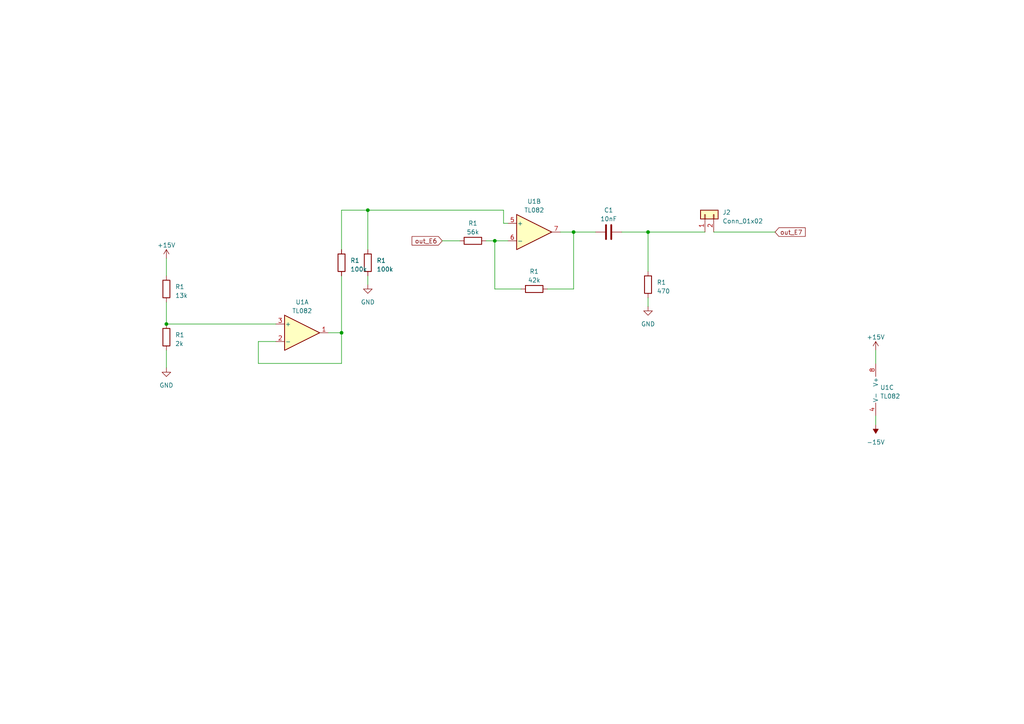
<source format=kicad_sch>
(kicad_sch (version 20230121) (generator eeschema)
  (paper "A4")
  (lib_symbols
    (symbol "Amplifier_Operational:TL082" (pin_names (offset 0.127))
      (property "Reference" "U" (at 0 5.08 0))
      (property "Value" "TL082" (at 0 -5.08 0))
      (symbol "TL082_1_1"
        (polyline (pts (xy -5.08 5.08) (xy 5.08 0) (xy -5.08 -5.08) (xy -5.08 5.08)) (stroke (width 0.254)) (fill (type background)))
        (pin output line (at 7.62 0 180) (length 2.54) (name "~") (number "1"))
        (pin input line (at -7.62 -2.54 0) (length 2.54) (name "-") (number "2"))
        (pin input line (at -7.62 2.54 0) (length 2.54) (name "+") (number "3"))
      )
      (symbol "TL082_2_1"
        (polyline (pts (xy -5.08 5.08) (xy 5.08 0) (xy -5.08 -5.08) (xy -5.08 5.08)) (stroke (width 0.254)) (fill (type background)))
        (pin input line (at -7.62 2.54 0) (length 2.54) (name "+") (number "5"))
        (pin input line (at -7.62 -2.54 0) (length 2.54) (name "-") (number "6"))
        (pin output line (at 7.62 0 180) (length 2.54) (name "~") (number "7"))
      )
      (symbol "TL082_3_1"
        (pin power_in line (at -2.54 -7.62 90) (length 3.81) (name "V-") (number "4"))
        (pin power_in line (at -2.54 7.62 270) (length 3.81) (name "V+") (number "8"))
      )
    )
    (symbol "Connector_Generic:Conn_01x02" (pin_names (offset 1.016) hide)
      (property "Reference" "J" (at 0 2.54 0))
      (property "Value" "Conn_01x02" (at 0 -5.08 0))
      (symbol "Conn_01x02_1_1"
        (rectangle (start -1.27 -2.413) (end 0 -2.667) (stroke (width 0.1524)))
        (rectangle (start -1.27 0.127) (end 0 -0.127) (stroke (width 0.1524)))
        (rectangle (start -1.27 1.27) (end 1.27 -3.81) (stroke (width 0.254)) (fill (type background)))
        (pin passive line (at -5.08 0 0) (length 3.81) (name "Pin_1") (number "1"))
        (pin passive line (at -5.08 -2.54 0) (length 3.81) (name "Pin_2") (number "2"))
      )
    )
    (symbol "Device:C" (pin_numbers hide) (pin_names (offset 0.254))
      (property "Reference" "C" (at 0.635 2.54 0))
      (property "Value" "C" (at 0.635 -2.54 0))
      (symbol "C_0_1"
        (polyline (pts (xy -2.032 -0.762) (xy 2.032 -0.762)) (stroke (width 0.508)))
        (polyline (pts (xy -2.032 0.762) (xy 2.032 0.762)) (stroke (width 0.508)))
      )
      (symbol "C_1_1"
        (pin passive line (at 0 3.81 270) (length 2.794) (name "~") (number "1"))
        (pin passive line (at 0 -3.81 90) (length 2.794) (name "~") (number "2"))
      )
    )
    (symbol "Device:R" (pin_numbers hide) (pin_names (offset 0))
      (property "Reference" "R" (at 2.032 0 90))
      (property "Value" "R" (at 0 0 90))
      (symbol "R_0_1"
        (rectangle (start -1.016 -2.54) (end 1.016 2.54) (stroke (width 0.254)))
      )
      (symbol "R_1_1"
        (pin passive line (at 0 3.81 270) (length 1.27) (name "~") (number "1"))
        (pin passive line (at 0 -3.81 90) (length 1.27) (name "~") (number "2"))
      )
    )
    (symbol "power:+15V" (power) (pin_names (offset 0))
      (property "Value" "+15V" (at 0 3.556 0))
      (symbol "+15V_0_1"
        (polyline (pts (xy -0.762 1.27) (xy 0 2.54)))
        (polyline (pts (xy 0 0) (xy 0 2.54)))
        (polyline (pts (xy 0 2.54) (xy 0.762 1.27)))
      )
      (symbol "+15V_1_1"
        (pin power_in line (at 0 0 90) (length 0) hide (name "+15V") (number "1"))
      )
    )
    (symbol "power:-15V" (power) (pin_names (offset 0))
      (property "Value" "-15V" (at 0 3.81 0))
      (symbol "-15V_0_0"
        (pin power_in line (at 0 0 90) (length 0) hide (name "-15V") (number "1"))
      )
      (symbol "-15V_0_1"
        (polyline (pts (xy 0 0) (xy 0 1.27) (xy 0.762 1.27) (xy 0 2.54) (xy -0.762 1.27) (xy 0 1.27)) (fill (type outline)))
      )
    )
    (symbol "power:GND" (power) (pin_names (offset 0))
      (property "Value" "GND" (at 0 -3.81 0))
      (symbol "GND_0_1"
        (polyline (pts (xy 0 0) (xy 0 -1.27) (xy 1.27 -1.27) (xy 0 -2.54) (xy -1.27 -1.27) (xy 0 -1.27)))
      )
      (symbol "GND_1_1"
        (pin power_in line (at 0 0 270) (length 0) hide (name "GND") (number "1"))
      )
    )
  )
  (junction (at 143.51 69.85))
  (junction (at 48.26 93.98))
  (junction (at 166.37 67.31))
  (junction (at 99.06 96.52))
  (junction (at 187.96 67.31))
  (junction (at 106.68 60.96))
  (wire (pts (xy 48.26 101.6) (xy 48.26 106.68)))
  (wire (pts (xy 207.01 67.31) (xy 224.79 67.31)))
  (wire (pts (xy 80.01 99.06) (xy 74.93 99.06)))
  (wire (pts (xy 143.51 69.85) (xy 147.32 69.85)))
  (wire (pts (xy 254 101.6) (xy 254 105.41)))
  (wire (pts (xy 151.13 83.82) (xy 143.51 83.82)))
  (wire (pts (xy 187.96 67.31) (xy 204.47 67.31)))
  (wire (pts (xy 254 120.65) (xy 254 123.19)))
  (wire (pts (xy 99.06 96.52) (xy 99.06 80.01)))
  (wire (pts (xy 146.05 64.77) (xy 146.05 60.96)))
  (wire (pts (xy 106.68 60.96) (xy 106.68 72.39)))
  (wire (pts (xy 180.34 67.31) (xy 187.96 67.31)))
  (wire (pts (xy 48.26 74.93) (xy 48.26 80.01)))
  (wire (pts (xy 74.93 99.06) (xy 74.93 105.41)))
  (wire (pts (xy 95.25 96.52) (xy 99.06 96.52)))
  (wire (pts (xy 166.37 83.82) (xy 166.37 67.31)))
  (wire (pts (xy 48.26 87.63) (xy 48.26 93.98)))
  (wire (pts (xy 158.75 83.82) (xy 166.37 83.82)))
  (wire (pts (xy 99.06 105.41) (xy 99.06 96.52)))
  (wire (pts (xy 166.37 67.31) (xy 162.56 67.31)))
  (wire (pts (xy 187.96 67.31) (xy 187.96 78.74)))
  (wire (pts (xy 166.37 67.31) (xy 172.72 67.31)))
  (wire (pts (xy 74.93 105.41) (xy 99.06 105.41)))
  (wire (pts (xy 48.26 93.98) (xy 80.01 93.98)))
  (wire (pts (xy 147.32 64.77) (xy 146.05 64.77)))
  (wire (pts (xy 140.97 69.85) (xy 143.51 69.85)))
  (wire (pts (xy 106.68 60.96) (xy 99.06 60.96)))
  (wire (pts (xy 187.96 86.36) (xy 187.96 88.9)))
  (wire (pts (xy 128.27 69.85) (xy 133.35 69.85)))
  (wire (pts (xy 146.05 60.96) (xy 106.68 60.96)))
  (wire (pts (xy 99.06 60.96) (xy 99.06 72.39)))
  (wire (pts (xy 143.51 83.82) (xy 143.51 69.85)))
  (wire (pts (xy 106.68 80.01) (xy 106.68 82.55)))
  (global_label "out_E7" (shape input) (at 224.79 67.31 0) (property "Intersheetrefs" "${INTERSHEET_REFS}" (effects hide)))
  (global_label "out_E6" (shape input) (at 128.27 69.85 180) (property "Intersheetrefs" "${INTERSHEET_REFS}" (effects hide)))
  (symbol (lib_id "Connector_Generic:Conn_01x02") (at 204.47 62.23 90) (unit 1)
    (property "Reference" "J2" (at 209.55 61.595 90) (effects (justify right)))
    (property "Value" "Conn_01x02" (at 209.55 64.135 90) (effects (justify right)))
    (property "Footprint" "Connector_PinHeader_2.00mm:PinHeader_1x02_P2.00mm_Vertical" (effects hide))
    (instances (project "op" (path "" (reference "J2") (unit 1)) (path "" (reference "J18") (unit 1))))
  )
  (symbol (lib_id "power:+15V") (at 254 101.6 0) (unit 1)
    (property "Reference" "#PWR037" (effects hide))
    (property "Value" "+15V" (at 254 97.79 0))
    (instances (project "op" (path "" (reference "#PWR037") (unit 1)) (path "" (reference "#PWR032") (unit 1))))
  )
  (symbol (lib_id "Device:R") (at 48.26 97.79 0) (unit 1)
    (property "Reference" "R1" (at 50.8 97.155 0) (effects (justify left)))
    (property "Value" "2k" (at 50.8 99.695 0) (effects (justify left)))
    (property "Footprint" "Resistor_THT:R_Axial_DIN0207_L6.3mm_D2.5mm_P10.16mm_Horizontal" (effects hide))
    (instances (project "op" (path "" (reference "R1") (unit 1)) (path "" (reference "R4") (unit 1)) (path "" (reference "R13") (unit 1)) (path "" (reference "R23") (unit 1)) (path "" (reference "R29") (unit 1))))
  )
  (symbol (lib_id "Device:C") (at 176.53 67.31 90) (unit 1)
    (property "Reference" "C1" (at 176.53 60.96 90))
    (property "Value" "10nF" (at 176.53 63.5 90))
    (property "Footprint" "Capacitor_THT:CP_Radial_Tantal_D6.0mm_P5.00mm" (effects hide))
    (instances (project "op" (path "" (reference "C1") (unit 1)) (path "" (reference "C4") (unit 1))))
  )
  (symbol (lib_id "power:+15V") (at 48.26 74.93 0) (unit 1)
    (property "Reference" "#PWR04" (effects hide))
    (property "Value" "+15V" (at 48.26 71.12 0))
    (instances (project "op" (path "" (reference "#PWR04") (unit 1)) (path "" (reference "#PWR010") (unit 1)) (path "" (reference "#PWR023") (unit 1)) (path "" (reference "#PWR028") (unit 1))))
  )
  (symbol (lib_id "Amplifier_Operational:TL082") (at 154.94 67.31 0) (unit 2)
    (property "Reference" "U1" (at 154.94 58.42 0))
    (property "Value" "TL082" (at 154.94 60.96 0))
    (property "Footprint" "Package_DIP:DIP-8_W10.16mm_LongPads" (effects hide))
    (property "Datasheet" "http://www.ti.com/lit/ds/symlink/tl081.pdf" (effects hide))
    (instances (project "op" (path "" (reference "U1") (unit 2)) (path "" (reference "U2") (unit 2)) (path "" (reference "U2") (unit 2)) (path "" (reference "U4") (unit 2)) (path "" (reference "U6") (unit 2)) (path "" (reference "U5") (unit 2))))
  )
  (symbol (lib_id "Device:R") (at 154.94 83.82 90) (unit 1)
    (property "Reference" "R1" (at 154.94 78.74 90))
    (property "Value" "42k" (at 154.94 81.28 90))
    (property "Footprint" "Resistor_THT:R_Axial_DIN0207_L6.3mm_D2.5mm_P10.16mm_Horizontal" (effects hide))
    (instances (project "op" (path "" (reference "R1") (unit 1)) (path "" (reference "R33") (unit 1))))
  )
  (symbol (lib_id "power:GND") (at 187.96 88.9 0) (unit 1)
    (property "Reference" "#PWR031" (effects hide))
    (property "Value" "GND" (at 187.96 93.98 0))
  )
  (symbol (lib_id "Device:R") (at 48.26 83.82 0) (unit 1)
    (property "Reference" "R1" (at 50.8 83.185 0) (effects (justify left)))
    (property "Value" "13k" (at 50.8 85.725 0) (effects (justify left)))
    (property "Footprint" "Resistor_THT:R_Axial_DIN0207_L6.3mm_D2.5mm_P10.16mm_Horizontal" (effects hide))
    (instances (project "op" (path "" (reference "R1") (unit 1)) (path "" (reference "R3") (unit 1)) (path "" (reference "R12") (unit 1)) (path "" (reference "R22") (unit 1)) (path "" (reference "R28") (unit 1))))
  )
  (symbol (lib_id "Device:R") (at 187.96 82.55 0) (unit 1)
    (property "Reference" "R1" (at 190.5 81.915 0) (effects (justify left)))
    (property "Value" "470" (at 190.5 84.455 0) (effects (justify left)))
    (property "Footprint" "Resistor_THT:R_Axial_DIN0207_L6.3mm_D2.5mm_P10.16mm_Horizontal" (effects hide))
    (instances (project "op" (path "" (reference "R1") (unit 1)) (path "" (reference "R34") (unit 1))))
  )
  (symbol (lib_id "power:GND") (at 48.26 106.68 0) (unit 1)
    (property "Reference" "#PWR05" (effects hide))
    (property "Value" "GND" (at 48.26 111.76 0))
    (instances (project "op" (path "" (reference "#PWR05") (unit 1)) (path "" (reference "#PWR011") (unit 1)) (path "" (reference "#PWR024") (unit 1)) (path "" (reference "#PWR029") (unit 1))))
  )
  (symbol (lib_id "Device:R") (at 106.68 76.2 0) (unit 1)
    (property "Reference" "R1" (at 109.22 75.565 0) (effects (justify left)))
    (property "Value" "100k" (at 109.22 78.105 0) (effects (justify left)))
    (property "Footprint" "Resistor_THT:R_Axial_DIN0207_L6.3mm_D2.5mm_P10.16mm_Horizontal" (effects hide))
    (instances (project "op" (path "" (reference "R1") (unit 1)) (path "" (reference "R6") (unit 1)) (path "" (reference "R15") (unit 1)) (path "" (reference "R25") (unit 1)) (path "" (reference "R31") (unit 1))))
  )
  (symbol (lib_id "Amplifier_Operational:TL082") (at 256.54 113.03 0) (unit 3)
    (property "Reference" "U1" (at 255.27 112.395 0) (effects (justify left)))
    (property "Value" "TL082" (at 255.27 114.935 0) (effects (justify left)))
    (property "Footprint" "Package_DIP:DIP-8_W10.16mm_LongPads" (effects hide))
    (property "Datasheet" "http://www.ti.com/lit/ds/symlink/tl081.pdf" (effects hide))
    (instances (project "op" (path "" (reference "U1") (unit 3)) (path "" (reference "U6") (unit 3)) (path "" (reference "U6") (unit 3))))
  )
  (symbol (lib_id "Amplifier_Operational:TL082") (at 87.63 96.52 0) (unit 1)
    (property "Reference" "U1" (at 87.63 87.63 0))
    (property "Value" "TL082" (at 87.63 90.17 0))
    (property "Footprint" "Package_DIP:DIP-8_W10.16mm_LongPads" (effects hide))
    (property "Datasheet" "http://www.ti.com/lit/ds/symlink/tl081.pdf" (effects hide))
    (instances (project "op" (path "" (reference "U1") (unit 1)) (path "" (reference "U6") (unit 1)) (path "" (reference "U6") (unit 1)) (path "" (reference "U6") (unit 1))))
  )
  (symbol (lib_id "power:GND") (at 106.68 82.55 0) (unit 1)
    (property "Reference" "#PWR06" (effects hide))
    (property "Value" "GND" (at 106.68 87.63 0))
    (instances (project "op" (path "" (reference "#PWR06") (unit 1)) (path "" (reference "#PWR012") (unit 1)) (path "" (reference "#PWR025") (unit 1)) (path "" (reference "#PWR030") (unit 1))))
  )
  (symbol (lib_id "Device:R") (at 137.16 69.85 90) (unit 1)
    (property "Reference" "R1" (at 137.16 64.77 90))
    (property "Value" "56k" (at 137.16 67.31 90))
    (property "Footprint" "Resistor_THT:R_Axial_DIN0207_L6.3mm_D2.5mm_P10.16mm_Horizontal" (effects hide))
    (instances (project "op" (path "" (reference "R1") (unit 1)) (path "" (reference "R32") (unit 1))))
  )
  (symbol (lib_id "power:-15V") (at 254 123.19 180) (unit 1)
    (property "Reference" "#PWR038" (effects hide))
    (property "Value" "-15V" (at 254 128.27 0))
    (instances (project "op" (path "" (reference "#PWR038") (unit 1)) (path "" (reference "#PWR033") (unit 1))))
  )
  (symbol (lib_id "Device:R") (at 99.06 76.2 0) (unit 1)
    (property "Reference" "R1" (at 101.6 75.565 0) (effects (justify left)))
    (property "Value" "100k" (at 101.6 78.105 0) (effects (justify left)))
    (property "Footprint" "Resistor_THT:R_Axial_DIN0207_L6.3mm_D2.5mm_P10.16mm_Horizontal" (effects hide))
    (instances (project "op" (path "" (reference "R1") (unit 1)) (path "" (reference "R5") (unit 1)) (path "" (reference "R14") (unit 1)) (path "" (reference "R24") (unit 1)) (path "" (reference "R30") (unit 1))))
  )
)
</source>
